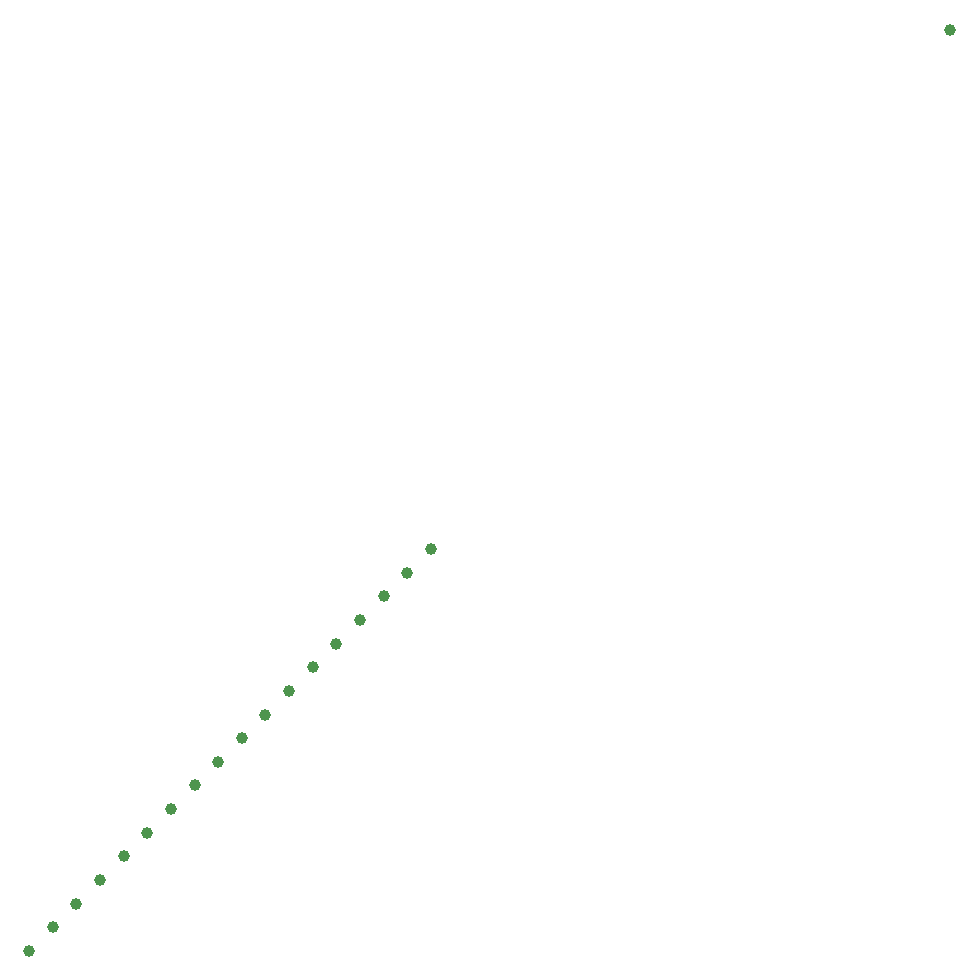
<source format=gbr>
G04 Examples for testing time performance of Gerber parsers*
%FSLAX26Y26*%
%MOMM*%
%ADD10C,1*%
%LPD*%
D10*
X0Y0D03*
X78000000Y78000000D03*
X2000000Y2000000D03*
X4000000Y4000000D03*
X6000000Y6000000D03*
X8000000Y8000000D03*
X10000000Y10000000D03*
X12000000Y12000000D03*
X14000000Y14000000D03*
X16000000Y16000000D03*
X18000000Y18000000D03*
X20000000Y20000000D03*
X22000000Y22000000D03*
X24000000Y24000000D03*
X26000000Y26000000D03*
X28000000Y28000000D03*
X30000000Y30000000D03*
X32000000Y32000000D03*
X34000000Y34000000D03*
M02*

</source>
